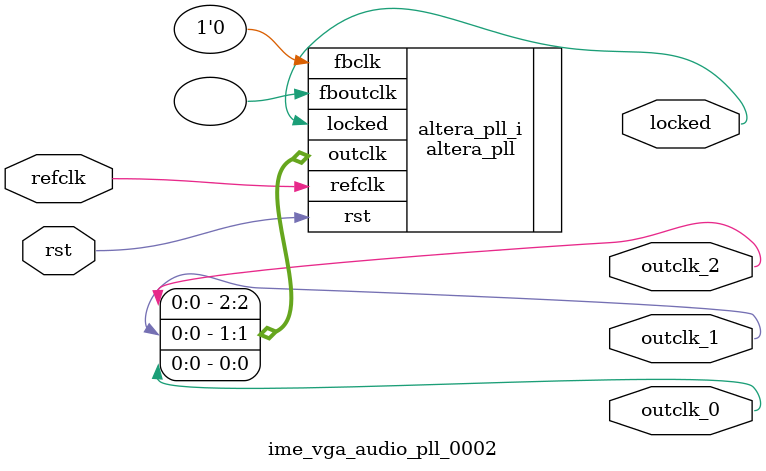
<source format=v>
`timescale 1ns/10ps
module  ime_vga_audio_pll_0002(

	// interface 'refclk'
	input wire refclk,

	// interface 'reset'
	input wire rst,

	// interface 'outclk0'
	output wire outclk_0,

	// interface 'outclk1'
	output wire outclk_1,

	// interface 'outclk2'
	output wire outclk_2,

	// interface 'locked'
	output wire locked
);

	altera_pll #(
		.fractional_vco_multiplier("false"),
		.reference_clock_frequency("50.0 MHz"),
		.operation_mode("direct"),
		.number_of_clocks(3),
		.output_clock_frequency0("18.000000 MHz"),
		.phase_shift0("0 ps"),
		.duty_cycle0(50),
		.output_clock_frequency1("6.144578 MHz"),
		.phase_shift1("0 ps"),
		.duty_cycle1(50),
		.output_clock_frequency2("6.144578 MHz"),
		.phase_shift2("0 ps"),
		.duty_cycle2(50),
		.output_clock_frequency3("0 MHz"),
		.phase_shift3("0 ps"),
		.duty_cycle3(50),
		.output_clock_frequency4("0 MHz"),
		.phase_shift4("0 ps"),
		.duty_cycle4(50),
		.output_clock_frequency5("0 MHz"),
		.phase_shift5("0 ps"),
		.duty_cycle5(50),
		.output_clock_frequency6("0 MHz"),
		.phase_shift6("0 ps"),
		.duty_cycle6(50),
		.output_clock_frequency7("0 MHz"),
		.phase_shift7("0 ps"),
		.duty_cycle7(50),
		.output_clock_frequency8("0 MHz"),
		.phase_shift8("0 ps"),
		.duty_cycle8(50),
		.output_clock_frequency9("0 MHz"),
		.phase_shift9("0 ps"),
		.duty_cycle9(50),
		.output_clock_frequency10("0 MHz"),
		.phase_shift10("0 ps"),
		.duty_cycle10(50),
		.output_clock_frequency11("0 MHz"),
		.phase_shift11("0 ps"),
		.duty_cycle11(50),
		.output_clock_frequency12("0 MHz"),
		.phase_shift12("0 ps"),
		.duty_cycle12(50),
		.output_clock_frequency13("0 MHz"),
		.phase_shift13("0 ps"),
		.duty_cycle13(50),
		.output_clock_frequency14("0 MHz"),
		.phase_shift14("0 ps"),
		.duty_cycle14(50),
		.output_clock_frequency15("0 MHz"),
		.phase_shift15("0 ps"),
		.duty_cycle15(50),
		.output_clock_frequency16("0 MHz"),
		.phase_shift16("0 ps"),
		.duty_cycle16(50),
		.output_clock_frequency17("0 MHz"),
		.phase_shift17("0 ps"),
		.duty_cycle17(50),
		.pll_type("General"),
		.pll_subtype("General")
	) altera_pll_i (
		.rst	(rst),
		.outclk	({outclk_2, outclk_1, outclk_0}),
		.locked	(locked),
		.fboutclk	( ),
		.fbclk	(1'b0),
		.refclk	(refclk)
	);
endmodule


</source>
